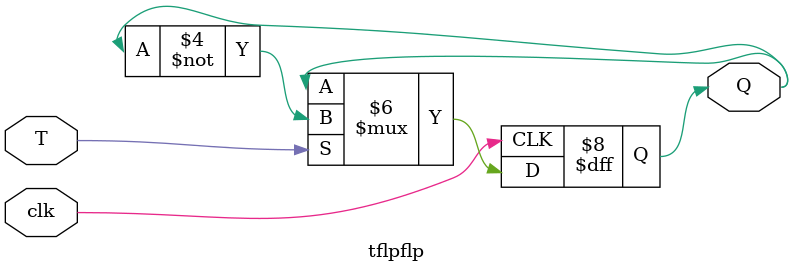
<source format=v>
module ring4counter(clk,T);
input clk;
output [0:3]T;
wire[1:0]A;
counter2bit st1(1,clk,A);
decoder2to4 st2(A,T);
endmodule

module decoder2to4(w,y);
input [1:0]w;
output [0:3]y;
reg [0:3]y;
integer i;
always @(w)
for(i=0;i<4;i=i+1)
if(w==i)
y[i]=1;
else
y[i]=0;
endmodule

module counter2bit(en,clk,A);
input clk,en;
output [1:0]A;
	
tflpflp st0(1,clk,A[0]);
tflpflp st1(1,A[0],A[1]);

endmodule

module tflpflp(T,clk,Q);
input T,clk;
output Q;
reg Q;
always@(posedge clk)
if(!T)
Q<=Q;
else
Q<=~Q;
endmodule

</source>
